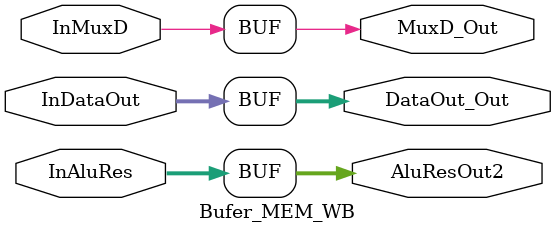
<source format=v>
`timescale 1ns/1ns

module Bufer_MEM_WB (
    input [31:0]InDataOut,
    input [31:0]InAluRes,
    input InMuxD,
    output reg [31:0]DataOut_Out,
    output reg [31:0]AluResOut2,
    output reg MuxD_Out
);
always @*
begin
    DataOut_Out = InDataOut;
    AluResOut2 = InAluRes;
    MuxD_Out = InMuxD;
end 
    
endmodule
</source>
